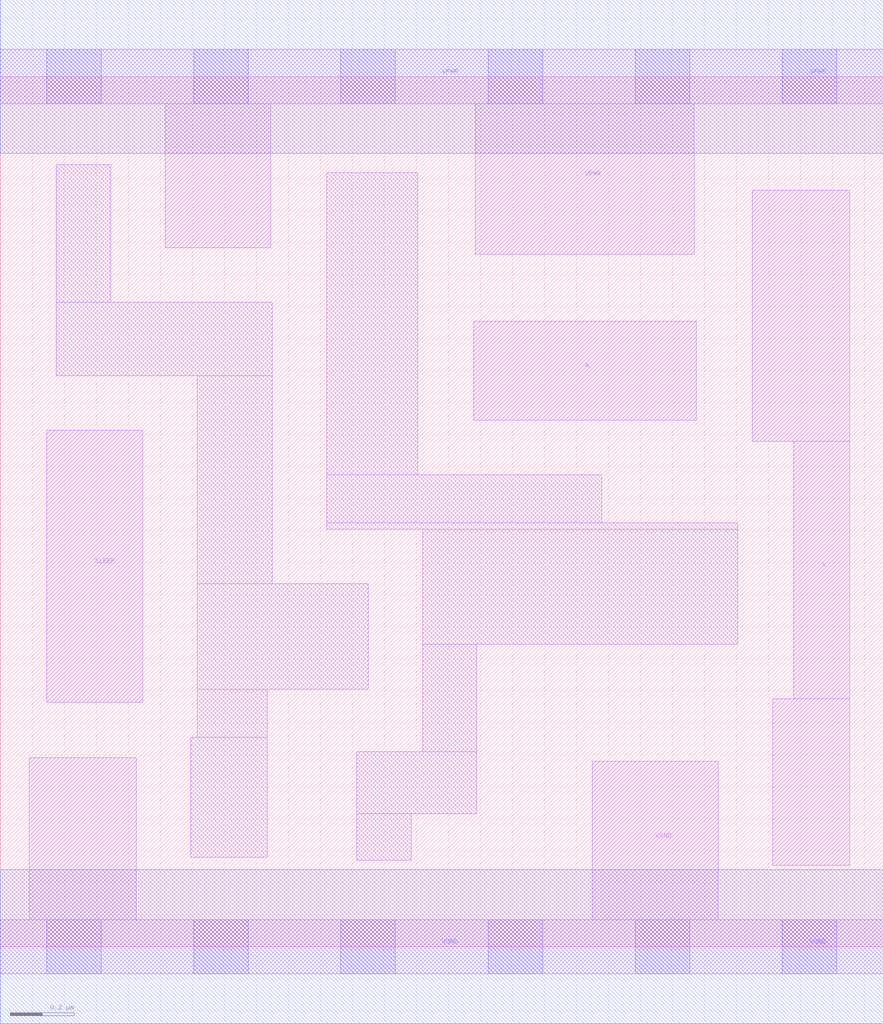
<source format=lef>
# Copyright 2020 The SkyWater PDK Authors
#
# Licensed under the Apache License, Version 2.0 (the "License");
# you may not use this file except in compliance with the License.
# You may obtain a copy of the License at
#
#     https://www.apache.org/licenses/LICENSE-2.0
#
# Unless required by applicable law or agreed to in writing, software
# distributed under the License is distributed on an "AS IS" BASIS,
# WITHOUT WARRANTIES OR CONDITIONS OF ANY KIND, either express or implied.
# See the License for the specific language governing permissions and
# limitations under the License.
#
# SPDX-License-Identifier: Apache-2.0

VERSION 5.7 ;
  NAMESCASESENSITIVE ON ;
  NOWIREEXTENSIONATPIN ON ;
  DIVIDERCHAR "/" ;
  BUSBITCHARS "[]" ;
UNITS
  DATABASE MICRONS 200 ;
END UNITS
MACRO sky130_fd_sc_hd__lpflow_inputiso0p_1
  CLASS CORE ;
  SOURCE USER ;
  FOREIGN sky130_fd_sc_hd__lpflow_inputiso0p_1 ;
  ORIGIN  0.000000  0.000000 ;
  SIZE  2.760000 BY  2.720000 ;
  SYMMETRY X Y R90 ;
  SITE unithd ;
  PIN A
    ANTENNAGATEAREA  0.126000 ;
    DIRECTION INPUT ;
    USE SIGNAL ;
    PORT
      LAYER li1 ;
        RECT 1.480000 1.645000 2.175000 1.955000 ;
    END
  END A
  PIN SLEEP
    ANTENNAGATEAREA  0.126000 ;
    DIRECTION INPUT ;
    USE SIGNAL ;
    PORT
      LAYER li1 ;
        RECT 0.145000 0.765000 0.445000 1.615000 ;
    END
  END SLEEP
  PIN X
    ANTENNADIFFAREA  0.429000 ;
    DIRECTION OUTPUT ;
    USE SIGNAL ;
    PORT
      LAYER li1 ;
        RECT 2.350000 1.580000 2.655000 2.365000 ;
        RECT 2.415000 0.255000 2.655000 0.775000 ;
        RECT 2.480000 0.775000 2.655000 1.580000 ;
    END
  END X
  PIN VGND
    DIRECTION INOUT ;
    SHAPE ABUTMENT ;
    USE GROUND ;
    PORT
      LAYER li1 ;
        RECT 0.000000 -0.085000 2.760000 0.085000 ;
        RECT 0.090000  0.085000 0.425000 0.590000 ;
        RECT 1.850000  0.085000 2.245000 0.580000 ;
      LAYER mcon ;
        RECT 0.145000 -0.085000 0.315000 0.085000 ;
        RECT 0.605000 -0.085000 0.775000 0.085000 ;
        RECT 1.065000 -0.085000 1.235000 0.085000 ;
        RECT 1.525000 -0.085000 1.695000 0.085000 ;
        RECT 1.985000 -0.085000 2.155000 0.085000 ;
        RECT 2.445000 -0.085000 2.615000 0.085000 ;
      LAYER met1 ;
        RECT 0.000000 -0.240000 2.760000 0.240000 ;
    END
  END VGND
  PIN VPWR
    DIRECTION INOUT ;
    SHAPE ABUTMENT ;
    USE POWER ;
    PORT
      LAYER li1 ;
        RECT 0.000000 2.635000 2.760000 2.805000 ;
        RECT 0.515000 2.185000 0.845000 2.635000 ;
        RECT 1.485000 2.165000 2.170000 2.635000 ;
      LAYER mcon ;
        RECT 0.145000 2.635000 0.315000 2.805000 ;
        RECT 0.605000 2.635000 0.775000 2.805000 ;
        RECT 1.065000 2.635000 1.235000 2.805000 ;
        RECT 1.525000 2.635000 1.695000 2.805000 ;
        RECT 1.985000 2.635000 2.155000 2.805000 ;
        RECT 2.445000 2.635000 2.615000 2.805000 ;
      LAYER met1 ;
        RECT 0.000000 2.480000 2.760000 2.960000 ;
    END
  END VPWR
  OBS
    LAYER li1 ;
      RECT 0.175000 1.785000 0.850000 2.015000 ;
      RECT 0.175000 2.015000 0.345000 2.445000 ;
      RECT 0.595000 0.280000 0.835000 0.655000 ;
      RECT 0.615000 0.655000 0.835000 0.805000 ;
      RECT 0.615000 0.805000 1.150000 1.135000 ;
      RECT 0.615000 1.135000 0.850000 1.785000 ;
      RECT 1.020000 1.305000 2.305000 1.325000 ;
      RECT 1.020000 1.325000 1.880000 1.475000 ;
      RECT 1.020000 1.475000 1.305000 2.420000 ;
      RECT 1.115000 0.270000 1.285000 0.415000 ;
      RECT 1.115000 0.415000 1.490000 0.610000 ;
      RECT 1.320000 0.610000 1.490000 0.945000 ;
      RECT 1.320000 0.945000 2.305000 1.305000 ;
  END
END sky130_fd_sc_hd__lpflow_inputiso0p_1

</source>
